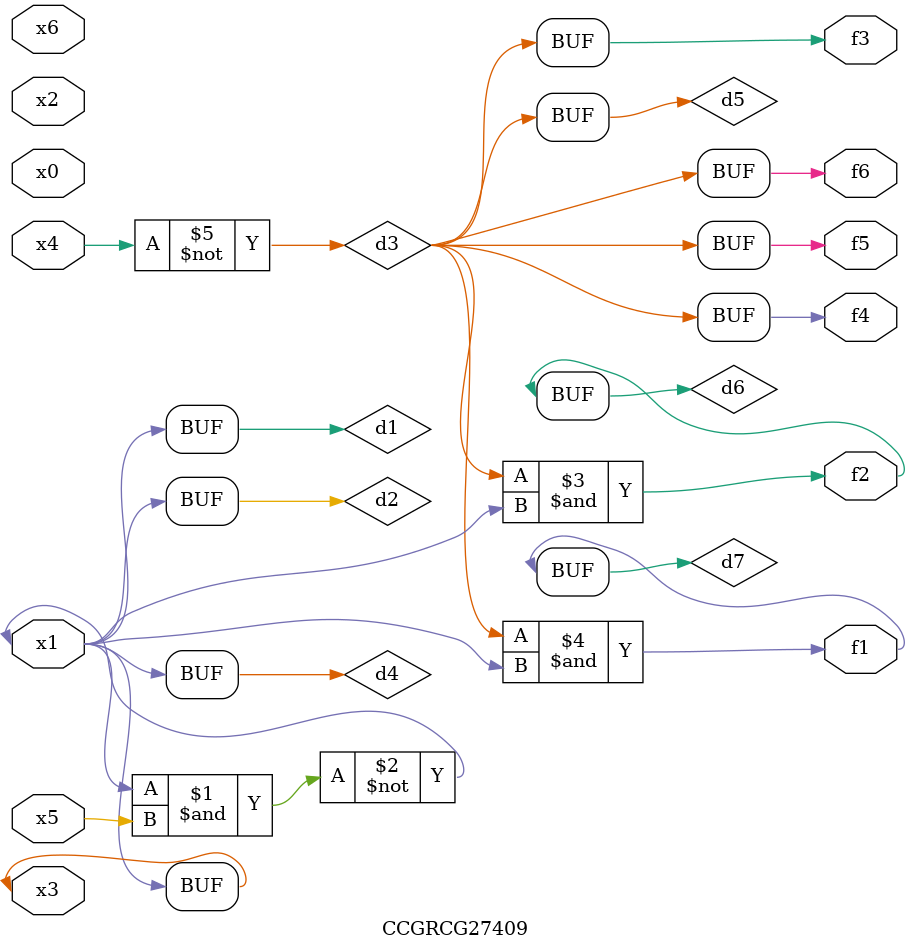
<source format=v>
module CCGRCG27409(
	input x0, x1, x2, x3, x4, x5, x6,
	output f1, f2, f3, f4, f5, f6
);

	wire d1, d2, d3, d4, d5, d6, d7;

	buf (d1, x1, x3);
	nand (d2, x1, x5);
	not (d3, x4);
	buf (d4, d1, d2);
	buf (d5, d3);
	and (d6, d3, d4);
	and (d7, d3, d4);
	assign f1 = d7;
	assign f2 = d6;
	assign f3 = d5;
	assign f4 = d5;
	assign f5 = d5;
	assign f6 = d5;
endmodule

</source>
